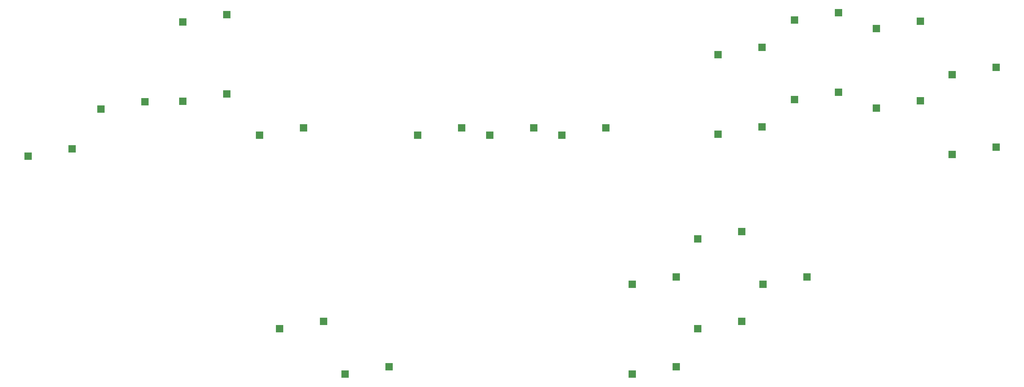
<source format=gbp>
%TF.GenerationSoftware,KiCad,Pcbnew,(7.0.0)*%
%TF.CreationDate,2023-02-14T15:50:17+01:00*%
%TF.ProjectId,OF1 v1,4f463120-7631-42e6-9b69-6361645f7063,rev?*%
%TF.SameCoordinates,Original*%
%TF.FileFunction,Paste,Bot*%
%TF.FilePolarity,Positive*%
%FSLAX46Y46*%
G04 Gerber Fmt 4.6, Leading zero omitted, Abs format (unit mm)*
G04 Created by KiCad (PCBNEW (7.0.0)) date 2023-02-14 15:50:17*
%MOMM*%
%LPD*%
G01*
G04 APERTURE LIST*
%ADD10R,2.550000X2.500000*%
G04 APERTURE END LIST*
D10*
%TO.C,U$15*%
X291096099Y-75297599D03*
X275856099Y-77837599D03*
%TD*%
%TO.C,U$11*%
X291096099Y-47687599D03*
X275856099Y-50227599D03*
%TD*%
%TO.C,U$17*%
X229208099Y-120657599D03*
X213968099Y-123197599D03*
%TD*%
%TO.C,U$6*%
X84388099Y-151842599D03*
X69148099Y-154382599D03*
%TD*%
%TO.C,U$20*%
X229208099Y-151842599D03*
X213968099Y-154382599D03*
%TD*%
%TO.C,U$10*%
X262741099Y-44712599D03*
X247501099Y-47252599D03*
%TD*%
%TO.C,U$3*%
X50857099Y-45428599D03*
X35617099Y-47968599D03*
%TD*%
%TO.C,U$13*%
X236223099Y-84317599D03*
X220983099Y-86857599D03*
%TD*%
%TO.C,U$1*%
X-2778899Y-91957599D03*
X-18018899Y-94497599D03*
%TD*%
%TO.C,U$21*%
X206521099Y-167612599D03*
X191281099Y-170152599D03*
%TD*%
%TO.C,U$2*%
X22501099Y-75654599D03*
X7261099Y-78194599D03*
%TD*%
%TO.C,U$4*%
X50857099Y-72928599D03*
X35617099Y-75468599D03*
%TD*%
%TO.C,U$7*%
X107076099Y-167611599D03*
X91836099Y-170151599D03*
%TD*%
%TO.C,U$19*%
X251865099Y-136427599D03*
X236625099Y-138967599D03*
%TD*%
%TO.C,U$5*%
X77429099Y-84691599D03*
X62189099Y-87231599D03*
%TD*%
%TO.C,U$18*%
X206521099Y-136427599D03*
X191281099Y-138967599D03*
%TD*%
%TO.C,U$16*%
X317319099Y-91333599D03*
X302079099Y-93873599D03*
%TD*%
%TO.C,U$12*%
X317319099Y-63723599D03*
X302079099Y-66263599D03*
%TD*%
%TO.C,U$9*%
X236223099Y-56708599D03*
X220983099Y-59248599D03*
%TD*%
%TO.C,U$23*%
X182161099Y-84691599D03*
X166921099Y-87231599D03*
%TD*%
%TO.C,U$14*%
X262741099Y-72322599D03*
X247501099Y-74862599D03*
%TD*%
%TO.C,U$22*%
X132161099Y-84691599D03*
X116921099Y-87231599D03*
%TD*%
%TO.C,U$8*%
X157161099Y-84691599D03*
X141921099Y-87231599D03*
%TD*%
M02*

</source>
